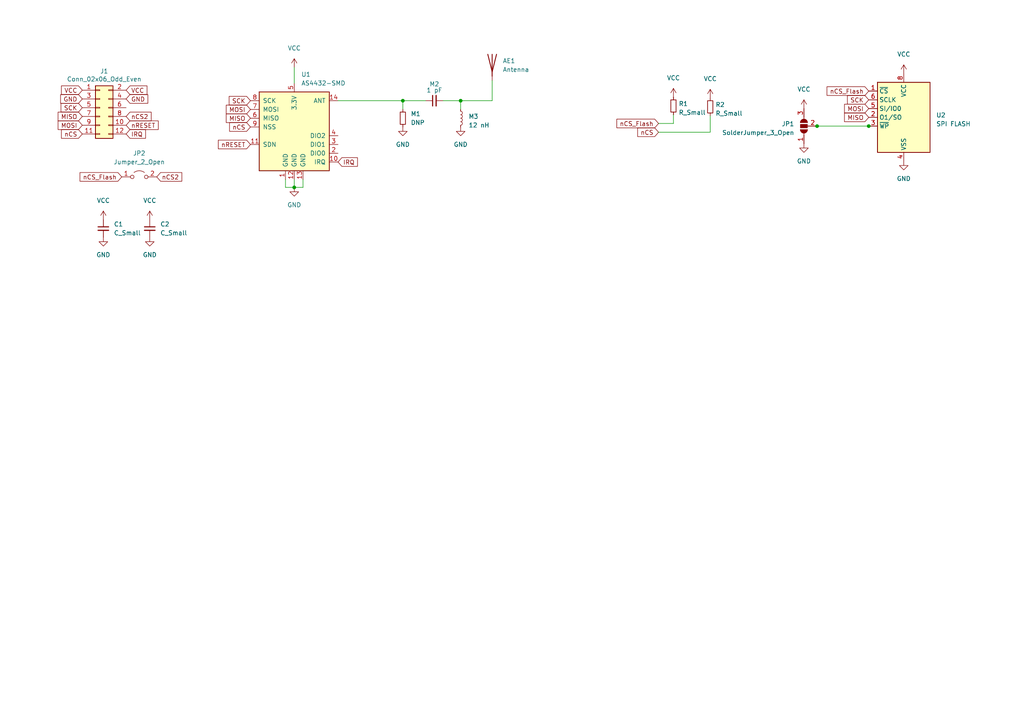
<source format=kicad_sch>
(kicad_sch (version 20230121) (generator eeschema)
  (paper "A4")
  (lib_symbols
    (symbol "AvS_Modules:AS4432-SMD" (pin_names (offset 1.016))
      (property "Reference" "U" (at -10.414 11.684 0))
      (property "Value" "AS4432-SMD" (at 1.524 11.43 0))
      (symbol "AS4432-SMD_0_1"
        (rectangle (start -10.16 10.16) (end 10.16 -12.7) (stroke (width 0.254)) (fill (type background)))
      )
      (symbol "AS4432-SMD_1_1"
        (pin power_in line (at -2.54 -15.24 90) (length 2.54) (name "GND") (number "1"))
        (pin input line (at 12.7 -10.16 180) (length 2.54) (name "IRQ") (number "10"))
        (pin bidirectional line (at -12.7 -5.08 0) (length 2.54) (name "SDN") (number "11"))
        (pin power_in line (at 0 -15.24 90) (length 2.54) (name "GND") (number "12"))
        (pin power_in line (at 2.54 -15.24 90) (length 2.54) (name "GND") (number "13"))
        (pin bidirectional line (at 12.7 7.62 180) (length 2.54) (name "ANT") (number "14"))
        (pin bidirectional line (at 12.7 -7.62 180) (length 2.54) (name "DIO0") (number "2"))
        (pin bidirectional line (at 12.7 -5.08 180) (length 2.54) (name "DIO1") (number "3"))
        (pin bidirectional line (at 12.7 -2.54 180) (length 2.54) (name "DIO2") (number "4"))
        (pin power_in line (at 0 12.7 270) (length 2.54) (name "3.3V") (number "5"))
        (pin output line (at -12.7 2.54 0) (length 2.54) (name "MISO") (number "6"))
        (pin input line (at -12.7 5.08 0) (length 2.54) (name "MOSI") (number "7"))
        (pin input line (at -12.7 7.62 0) (length 2.54) (name "SCK") (number "8"))
        (pin input line (at -12.7 0 0) (length 2.54) (name "NSS") (number "9"))
      )
    )
    (symbol "Connector_Generic:Conn_02x06_Odd_Even" (pin_names (offset 1.016) hide)
      (property "Reference" "J" (at 1.27 7.62 0))
      (property "Value" "Conn_02x06_Odd_Even" (at 1.27 -10.16 0))
      (symbol "Conn_02x06_Odd_Even_1_1"
        (rectangle (start -1.27 -7.493) (end 0 -7.747) (stroke (width 0.1524)))
        (rectangle (start -1.27 -4.953) (end 0 -5.207) (stroke (width 0.1524)))
        (rectangle (start -1.27 -2.413) (end 0 -2.667) (stroke (width 0.1524)))
        (rectangle (start -1.27 0.127) (end 0 -0.127) (stroke (width 0.1524)))
        (rectangle (start -1.27 2.667) (end 0 2.413) (stroke (width 0.1524)))
        (rectangle (start -1.27 5.207) (end 0 4.953) (stroke (width 0.1524)))
        (rectangle (start -1.27 6.35) (end 3.81 -8.89) (stroke (width 0.254)) (fill (type background)))
        (rectangle (start 3.81 -7.493) (end 2.54 -7.747) (stroke (width 0.1524)))
        (rectangle (start 3.81 -4.953) (end 2.54 -5.207) (stroke (width 0.1524)))
        (rectangle (start 3.81 -2.413) (end 2.54 -2.667) (stroke (width 0.1524)))
        (rectangle (start 3.81 0.127) (end 2.54 -0.127) (stroke (width 0.1524)))
        (rectangle (start 3.81 2.667) (end 2.54 2.413) (stroke (width 0.1524)))
        (rectangle (start 3.81 5.207) (end 2.54 4.953) (stroke (width 0.1524)))
        (pin passive line (at -5.08 5.08 0) (length 3.81) (name "Pin_1") (number "1"))
        (pin passive line (at 7.62 -5.08 180) (length 3.81) (name "Pin_10") (number "10"))
        (pin passive line (at -5.08 -7.62 0) (length 3.81) (name "Pin_11") (number "11"))
        (pin passive line (at 7.62 -7.62 180) (length 3.81) (name "Pin_12") (number "12"))
        (pin passive line (at 7.62 5.08 180) (length 3.81) (name "Pin_2") (number "2"))
        (pin passive line (at -5.08 2.54 0) (length 3.81) (name "Pin_3") (number "3"))
        (pin passive line (at 7.62 2.54 180) (length 3.81) (name "Pin_4") (number "4"))
        (pin passive line (at -5.08 0 0) (length 3.81) (name "Pin_5") (number "5"))
        (pin passive line (at 7.62 0 180) (length 3.81) (name "Pin_6") (number "6"))
        (pin passive line (at -5.08 -2.54 0) (length 3.81) (name "Pin_7") (number "7"))
        (pin passive line (at 7.62 -2.54 180) (length 3.81) (name "Pin_8") (number "8"))
        (pin passive line (at -5.08 -5.08 0) (length 3.81) (name "Pin_9") (number "9"))
      )
    )
    (symbol "Device:Antenna" (pin_numbers hide) (pin_names (offset 1.016) hide)
      (property "Reference" "AE" (at -1.905 1.905 0))
      (property "Value" "Antenna" (at -1.905 0 0))
      (symbol "Antenna_0_1"
        (polyline (pts (xy 0 2.54) (xy 0 -3.81)) (stroke (width 0.254)))
        (polyline (pts (xy 1.27 2.54) (xy 0 -2.54) (xy -1.27 2.54)) (stroke (width 0.254)))
      )
      (symbol "Antenna_1_1"
        (pin input line (at 0 -5.08 90) (length 2.54) (name "A") (number "1"))
      )
    )
    (symbol "Device:C_Small" (pin_numbers hide) (pin_names (offset 0.254) hide)
      (property "Reference" "C" (at 0.254 1.778 0))
      (property "Value" "C_Small" (at 0.254 -2.032 0))
      (symbol "C_Small_0_1"
        (polyline (pts (xy -1.524 -0.508) (xy 1.524 -0.508)) (stroke (width 0.3302)))
        (polyline (pts (xy -1.524 0.508) (xy 1.524 0.508)) (stroke (width 0.3048)))
      )
      (symbol "C_Small_1_1"
        (pin passive line (at 0 2.54 270) (length 2.032) (name "~") (number "1"))
        (pin passive line (at 0 -2.54 90) (length 2.032) (name "~") (number "2"))
      )
    )
    (symbol "Device:L_Small" (pin_numbers hide) (pin_names (offset 0.254) hide)
      (property "Reference" "L" (at 0.762 1.016 0))
      (property "Value" "L_Small" (at 0.762 -1.016 0))
      (symbol "L_Small_0_1"
        (arc (start 0 -2.032) (mid 0.5058 -1.524) (end 0 -1.016))
        (arc (start 0 -1.016) (mid 0.5058 -0.508) (end 0 0))
        (arc (start 0 0) (mid 0.5058 0.508) (end 0 1.016))
        (arc (start 0 1.016) (mid 0.5058 1.524) (end 0 2.032))
      )
      (symbol "L_Small_1_1"
        (pin passive line (at 0 2.54 270) (length 0.508) (name "~") (number "1"))
        (pin passive line (at 0 -2.54 90) (length 0.508) (name "~") (number "2"))
      )
    )
    (symbol "Device:R_Small" (pin_numbers hide) (pin_names (offset 0.254) hide)
      (property "Reference" "R" (at 0.762 0.508 0))
      (property "Value" "R_Small" (at 0.762 -1.016 0))
      (symbol "R_Small_0_1"
        (rectangle (start -0.762 1.778) (end 0.762 -1.778) (stroke (width 0.2032)))
      )
      (symbol "R_Small_1_1"
        (pin passive line (at 0 2.54 270) (length 0.762) (name "~") (number "1"))
        (pin passive line (at 0 -2.54 90) (length 0.762) (name "~") (number "2"))
      )
    )
    (symbol "Jumper:Jumper_2_Open" (pin_names (offset 0) hide)
      (property "Reference" "JP" (at 0 2.794 0))
      (property "Value" "Jumper_2_Open" (at 0 -2.286 0))
      (symbol "Jumper_2_Open_0_0"
        (circle (center -2.032 0) (radius 0.508))
        (circle (center 2.032 0) (radius 0.508))
      )
      (symbol "Jumper_2_Open_0_1"
        (arc (start 1.524 1.27) (mid 0 1.778) (end -1.524 1.27))
      )
      (symbol "Jumper_2_Open_1_1"
        (pin passive line (at -5.08 0 0) (length 2.54) (name "A") (number "1"))
        (pin passive line (at 5.08 0 180) (length 2.54) (name "B") (number "2"))
      )
    )
    (symbol "Jumper:SolderJumper_3_Open" (pin_names (offset 0) hide)
      (property "Reference" "JP" (at -2.54 -2.54 0))
      (property "Value" "SolderJumper_3_Open" (at 0 2.794 0))
      (symbol "SolderJumper_3_Open_0_1"
        (arc (start -1.016 1.016) (mid -2.0276 0) (end -1.016 -1.016))
        (arc (start -1.016 1.016) (mid -2.0276 0) (end -1.016 -1.016) (fill (type outline)))
        (rectangle (start -0.508 1.016) (end 0.508 -1.016) (fill (type outline)))
        (polyline (pts (xy -2.54 0) (xy -2.032 0)))
        (polyline (pts (xy -1.016 1.016) (xy -1.016 -1.016)))
        (polyline (pts (xy 0 -1.27) (xy 0 -1.016)))
        (polyline (pts (xy 1.016 1.016) (xy 1.016 -1.016)))
        (polyline (pts (xy 2.54 0) (xy 2.032 0)))
        (arc (start 1.016 -1.016) (mid 2.0276 0) (end 1.016 1.016))
        (arc (start 1.016 -1.016) (mid 2.0276 0) (end 1.016 1.016) (fill (type outline)))
      )
      (symbol "SolderJumper_3_Open_1_1"
        (pin passive line (at -5.08 0 0) (length 2.54) (name "A") (number "1"))
        (pin passive line (at 0 -3.81 90) (length 2.54) (name "C") (number "2"))
        (pin passive line (at 5.08 0 180) (length 2.54) (name "B") (number "3"))
      )
    )
    (symbol "Memory_Flash:GD25D05CT"
      (property "Reference" "U" (at 2.54 12.7 0))
      (property "Value" "GD25D05CT" (at 8.89 8.89 0))
      (symbol "GD25D05CT_0_1"
        (rectangle (start -7.62 10.16) (end 7.62 -10.16) (stroke (width 0.254)) (fill (type background)))
      )
      (symbol "GD25D05CT_1_1"
        (pin input line (at -10.16 7.62 0) (length 2.54) (name "~{CS}") (number "1"))
        (pin output line (at -10.16 0 0) (length 2.54) (name "O1/SO") (number "2"))
        (pin input line (at -10.16 -2.54 0) (length 2.54) (name "~{WP}") (number "3"))
        (pin power_in line (at 0 -12.7 90) (length 2.54) (name "VSS") (number "4"))
        (pin bidirectional line (at -10.16 2.54 0) (length 2.54) (name "SI/IO0") (number "5"))
        (pin input line (at -10.16 5.08 0) (length 2.54) (name "SCLK") (number "6"))
        (pin no_connect line (at -7.62 -5.08 0) (length 2.54) hide (name "NC") (number "7"))
        (pin power_in line (at 0 12.7 270) (length 2.54) (name "VCC") (number "8"))
      )
    )
    (symbol "power:GND" (power) (pin_names (offset 0))
      (property "Value" "GND" (at 0 -3.81 0))
      (symbol "GND_0_1"
        (polyline (pts (xy 0 0) (xy 0 -1.27) (xy 1.27 -1.27) (xy 0 -2.54) (xy -1.27 -1.27) (xy 0 -1.27)))
      )
      (symbol "GND_1_1"
        (pin power_in line (at 0 0 270) (length 0) hide (name "GND") (number "1"))
      )
    )
    (symbol "power:VCC" (power) (pin_names (offset 0))
      (property "Value" "VCC" (at 0 3.81 0))
      (symbol "VCC_0_1"
        (polyline (pts (xy -0.762 1.27) (xy 0 2.54)))
        (polyline (pts (xy 0 0) (xy 0 2.54)))
        (polyline (pts (xy 0 2.54) (xy 0.762 1.27)))
      )
      (symbol "VCC_1_1"
        (pin power_in line (at 0 0 90) (length 0) hide (name "VCC") (number "1"))
      )
    )
  )
  (junction (at 116.84 29.21))
  (junction (at 133.604 29.21))
  (junction (at 251.968 36.576))
  (junction (at 85.344 54.356))
  (junction (at 236.982 36.576))
  (wire (pts (xy 87.884 52.07) (xy 87.884 54.356)))
  (wire (pts (xy 128.524 29.21) (xy 133.604 29.21)))
  (wire (pts (xy 85.344 54.356) (xy 87.884 54.356)))
  (wire (pts (xy 98.044 29.21) (xy 116.84 29.21)))
  (wire (pts (xy 85.344 19.558) (xy 85.344 24.13)))
  (wire (pts (xy 133.604 29.21) (xy 133.858 28.956)))
  (wire (pts (xy 85.344 54.356) (xy 82.804 54.356)))
  (wire (pts (xy 116.84 29.21) (xy 123.444 29.21)))
  (wire (pts (xy 116.84 29.21) (xy 116.84 31.75)))
  (wire (pts (xy 85.344 54.356) (xy 85.344 52.07)))
  (wire (pts (xy 133.604 31.75) (xy 133.604 29.21)))
  (wire (pts (xy 236.982 36.576) (xy 251.968 36.576)))
  (wire (pts (xy 251.968 36.576) (xy 252.222 36.576)))
  (wire (pts (xy 191.008 35.814) (xy 195.326 35.814)))
  (wire (pts (xy 133.604 29.21) (xy 142.748 29.21)))
  (wire (pts (xy 195.326 35.814) (xy 195.326 33.274)))
  (wire (pts (xy 205.994 38.354) (xy 205.994 33.528)))
  (wire (pts (xy 142.748 29.21) (xy 142.748 23.368)))
  (wire (pts (xy 236.728 36.576) (xy 236.982 36.576)))
  (wire (pts (xy 82.804 52.07) (xy 82.804 54.356)))
  (wire (pts (xy 191.008 38.354) (xy 205.994 38.354)))
  (global_label "SCK" (shape input) (at 251.968 28.956 180) (property "Intersheetrefs" "${INTERSHEET_REFS}" (effects hide)) (property "Intersheet-verwijzingen" "${INTERSHEET_REFS}" (effects hide)))
  (global_label "nRESET" (shape input) (at 72.644 41.91 180) (property "Intersheetrefs" "${INTERSHEET_REFS}" (effects hide)) (property "Intersheet-verwijzingen" "${INTERSHEET_REFS}" (effects hide)))
  (global_label "MOSI" (shape input) (at 251.968 31.496 180) (property "Intersheetrefs" "${INTERSHEET_REFS}" (effects hide)) (property "Intersheet-verwijzingen" "${INTERSHEET_REFS}" (effects hide)))
  (global_label "MISO" (shape input) (at 23.876 33.782 180) (property "Intersheetrefs" "${INTERSHEET_REFS}" (effects hide)) (property "Intersheet-verwijzingen" "${INTERSHEET_REFS}" (effects hide)))
  (global_label "nCS" (shape input) (at 191.008 38.354 180) (property "Intersheetrefs" "${INTERSHEET_REFS}" (effects hide)) (property "Intersheet-verwijzingen" "${INTERSHEET_REFS}" (effects hide)))
  (global_label "GND" (shape input) (at 36.576 28.702 0) (property "Intersheetrefs" "${INTERSHEET_REFS}" (effects hide)) (property "Intersheet-verwijzingen" "${INTERSHEET_REFS}" (effects hide)))
  (global_label "MISO" (shape input) (at 251.968 34.036 180) (property "Intersheetrefs" "${INTERSHEET_REFS}" (effects hide)) (property "Intersheet-verwijzingen" "${INTERSHEET_REFS}" (effects hide)))
  (global_label "VCC" (shape input) (at 23.876 26.162 180) (property "Intersheetrefs" "${INTERSHEET_REFS}" (effects hide)) (property "Intersheet-verwijzingen" "${INTERSHEET_REFS}" (effects hide)))
  (global_label "nCS" (shape input) (at 72.644 36.83 180) (property "Intersheetrefs" "${INTERSHEET_REFS}" (effects hide)) (property "Intersheet-verwijzingen" "${INTERSHEET_REFS}" (effects hide)))
  (global_label "GND" (shape input) (at 23.876 28.702 180) (property "Intersheetrefs" "${INTERSHEET_REFS}" (effects hide)) (property "Intersheet-verwijzingen" "${INTERSHEET_REFS}" (effects hide)))
  (global_label "SCK" (shape input) (at 23.876 31.242 180) (property "Intersheetrefs" "${INTERSHEET_REFS}" (effects hide)) (property "Intersheet-verwijzingen" "${INTERSHEET_REFS}" (effects hide)))
  (global_label "nCS2" (shape input) (at 36.576 33.782 0) (property "Intersheetrefs" "${INTERSHEET_REFS}" (effects hide)))
  (global_label "nCS" (shape input) (at 23.876 38.862 180) (property "Intersheetrefs" "${INTERSHEET_REFS}" (effects hide)) (property "Intersheet-verwijzingen" "${INTERSHEET_REFS}" (effects hide)))
  (global_label "VCC" (shape input) (at 36.576 26.162 0) (property "Intersheetrefs" "${INTERSHEET_REFS}" (effects hide)) (property "Intersheet-verwijzingen" "${INTERSHEET_REFS}" (effects hide)))
  (global_label "IRQ" (shape input) (at 98.044 46.99 0) (property "Intersheetrefs" "${INTERSHEET_REFS}" (effects hide)) (property "Intersheet-verwijzingen" "${INTERSHEET_REFS}" (effects hide)))
  (global_label "nCS2" (shape input) (at 45.466 51.308 0) (property "Intersheetrefs" "${INTERSHEET_REFS}" (effects hide)))
  (global_label "IRQ" (shape input) (at 36.576 38.862 0) (property "Intersheetrefs" "${INTERSHEET_REFS}" (effects hide)) (property "Intersheet-verwijzingen" "${INTERSHEET_REFS}" (effects hide)))
  (global_label "MISO" (shape input) (at 72.644 34.29 180) (property "Intersheetrefs" "${INTERSHEET_REFS}" (effects hide)) (property "Intersheet-verwijzingen" "${INTERSHEET_REFS}" (effects hide)))
  (global_label "MOSI" (shape input) (at 72.644 31.75 180) (property "Intersheetrefs" "${INTERSHEET_REFS}" (effects hide)) (property "Intersheet-verwijzingen" "${INTERSHEET_REFS}" (effects hide)))
  (global_label "nCS_Flash" (shape input) (at 251.968 26.416 180) (property "Intersheetrefs" "${INTERSHEET_REFS}" (effects hide)))
  (global_label "nRESET" (shape input) (at 36.576 36.322 0) (property "Intersheetrefs" "${INTERSHEET_REFS}" (effects hide)) (property "Intersheet-verwijzingen" "${INTERSHEET_REFS}" (effects hide)))
  (global_label "SCK" (shape input) (at 72.644 29.21 180) (property "Intersheetrefs" "${INTERSHEET_REFS}" (effects hide)) (property "Intersheet-verwijzingen" "${INTERSHEET_REFS}" (effects hide)))
  (global_label "nCS_Flash" (shape input) (at 191.008 35.814 180) (property "Intersheetrefs" "${INTERSHEET_REFS}" (effects hide)))
  (global_label "MOSI" (shape input) (at 23.876 36.322 180) (property "Intersheetrefs" "${INTERSHEET_REFS}" (effects hide)) (property "Intersheet-verwijzingen" "${INTERSHEET_REFS}" (effects hide)))
  (global_label "nCS_Flash" (shape input) (at 35.306 51.308 180) (property "Intersheetrefs" "${INTERSHEET_REFS}" (effects hide)))
  (symbol (lib_id "Connector_Generic:Conn_02x06_Odd_Even") (at 28.956 31.242 0) (unit 1)
    (property "Reference" "J1" (at 30.226 20.6502 0))
    (property "Value" "Conn_02x06_Odd_Even" (at 30.226 22.9616 0))
    (property "Footprint" "Connector_PinHeader_2.54mm:PinHeader_2x06_P2.54mm_Horizontal" (effects hide))
  )
  (symbol (lib_id "Device:Antenna") (at 142.748 18.288 0) (unit 1)
    (property "Reference" "AE1" (at 145.796 17.6529 0) (effects (justify left)))
    (property "Value" "Antenna" (at 145.796 20.1929 0) (effects (justify left)))
    (property "Footprint" "AvS_Antenna:Texas_SWRA416_868MHz_915MHz_Right" (effects hide))
  )
  (symbol (lib_id "power:GND") (at 43.434 68.834 0) (unit 1)
    (property "Reference" "#PWR04" (effects hide))
    (property "Value" "GND" (at 43.434 73.914 0))
  )
  (symbol (lib_id "Device:R_Small") (at 195.326 30.734 0) (unit 1)
    (property "Reference" "R1" (at 196.85 30.099 0) (effects (justify left)))
    (property "Value" "R_Small" (at 196.85 32.639 0) (effects (justify left)))
    (property "Footprint" "Resistor_SMD:R_0805_2012Metric" (effects hide))
  )
  (symbol (lib_id "power:GND") (at 29.972 68.834 0) (unit 1)
    (property "Reference" "#PWR02" (effects hide))
    (property "Value" "GND" (at 29.972 73.914 0))
  )
  (symbol (lib_id "Device:L_Small") (at 133.604 34.29 0) (unit 1)
    (property "Reference" "M3" (at 135.89 33.782 0) (effects (justify left)))
    (property "Value" "12 nH" (at 135.89 36.322 0) (effects (justify left)))
    (property "Footprint" "Resistor_SMD:R_0603_1608Metric" (effects hide))
  )
  (symbol (lib_id "Memory_Flash:GD25D05CT") (at 262.128 34.036 0) (unit 1)
    (property "Reference" "U2" (at 271.526 33.401 0) (effects (justify left)))
    (property "Value" "SPI FLASH" (at 271.526 35.941 0) (effects (justify left)))
    (property "Footprint" "Package_SO:SOP-8_3.9x4.9mm_P1.27mm" (effects hide))
  )
  (symbol (lib_id "Device:C_Small") (at 125.984 29.21 90) (unit 1)
    (property "Reference" "M2" (at 125.984 24.384 90))
    (property "Value" "1 pF" (at 125.984 26.162 90))
    (property "Footprint" "Resistor_SMD:R_0603_1608Metric" (effects hide))
  )
  (symbol (lib_id "Jumper:SolderJumper_3_Open") (at 233.172 36.576 90) (unit 1)
    (property "Reference" "JP1" (at 230.378 35.941 90) (effects (justify left)))
    (property "Value" "SolderJumper_3_Open" (at 230.378 38.481 90) (effects (justify left)))
    (property "Footprint" "Jumper:SolderJumper-3_P1.3mm_Open_RoundedPad1.0x1.5mm" (effects hide))
  )
  (symbol (lib_id "power:GND") (at 85.344 54.356 0) (unit 1)
    (property "Reference" "#PWR06" (effects hide))
    (property "Value" "GND" (at 85.344 59.436 0))
  )
  (symbol (lib_id "power:GND") (at 116.84 36.83 0) (unit 1)
    (property "Reference" "#PWR08" (effects hide))
    (property "Value" "GND" (at 116.84 41.91 0))
  )
  (symbol (lib_id "power:VCC") (at 233.172 31.496 0) (unit 1)
    (property "Reference" "#PWR011" (effects hide))
    (property "Value" "VCC" (at 233.172 25.908 0))
  )
  (symbol (lib_id "power:GND") (at 233.172 41.656 0) (unit 1)
    (property "Reference" "#PWR012" (effects hide))
    (property "Value" "GND" (at 233.172 46.736 0))
  )
  (symbol (lib_id "Device:C_Small") (at 29.972 66.294 0) (unit 1)
    (property "Reference" "C1" (at 33.02 65.0302 0) (effects (justify left)))
    (property "Value" "C_Small" (at 33.02 67.5702 0) (effects (justify left)))
    (property "Footprint" "Capacitor_SMD:C_0805_2012Metric" (effects hide))
  )
  (symbol (lib_id "power:VCC") (at 85.344 19.558 0) (unit 1)
    (property "Reference" "#PWR05" (effects hide))
    (property "Value" "VCC" (at 85.344 13.97 0))
  )
  (symbol (lib_id "power:GND") (at 262.128 46.736 0) (unit 1)
    (property "Reference" "#PWR014" (effects hide))
    (property "Value" "GND" (at 262.128 51.816 0))
  )
  (symbol (lib_id "power:GND") (at 133.604 36.83 0) (unit 1)
    (property "Reference" "#PWR09" (effects hide))
    (property "Value" "GND" (at 133.604 41.91 0))
  )
  (symbol (lib_id "power:VCC") (at 195.326 28.194 0) (unit 1)
    (property "Reference" "#PWR07" (effects hide))
    (property "Value" "VCC" (at 195.326 22.606 0))
  )
  (symbol (lib_id "Device:R_Small") (at 205.994 30.988 0) (unit 1)
    (property "Reference" "R2" (at 207.518 30.353 0) (effects (justify left)))
    (property "Value" "R_Small" (at 207.518 32.893 0) (effects (justify left)))
    (property "Footprint" "Resistor_SMD:R_0805_2012Metric" (effects hide))
  )
  (symbol (lib_id "AvS_Modules:AS4432-SMD") (at 85.344 36.83 0) (unit 1)
    (property "Reference" "U1" (at 87.3634 21.59 0) (effects (justify left)))
    (property "Value" "AS4432-SMD" (at 87.3634 24.13 0) (effects (justify left)))
    (property "Footprint" "AvS_Modules:RF4xxx" (effects hide))
    (property "Datasheet" "https://datasheet.lcsc.com/lcsc/1807310932_Chengdu-Ashining-Tech-AS4432-SMD_C89187.pdf" (effects hide))
  )
  (symbol (lib_id "Device:R_Small") (at 116.84 34.29 0) (unit 1)
    (property "Reference" "M1" (at 119.126 33.02 0) (effects (justify left)))
    (property "Value" "DNP" (at 119.126 35.56 0) (effects (justify left)))
    (property "Footprint" "Resistor_SMD:R_0603_1608Metric" (effects hide))
  )
  (symbol (lib_id "power:VCC") (at 43.434 63.754 0) (unit 1)
    (property "Reference" "#PWR03" (effects hide))
    (property "Value" "VCC" (at 43.434 58.166 0))
  )
  (symbol (lib_id "power:VCC") (at 262.128 21.336 0) (unit 1)
    (property "Reference" "#PWR013" (effects hide))
    (property "Value" "VCC" (at 262.128 15.748 0))
  )
  (symbol (lib_id "Jumper:Jumper_2_Open") (at 40.386 51.308 0) (unit 1)
    (property "Reference" "JP2" (at 40.386 44.45 0))
    (property "Value" "Jumper_2_Open" (at 40.386 46.99 0))
    (property "Footprint" "Jumper:SolderJumper-2_P1.3mm_Open_RoundedPad1.0x1.5mm" (effects hide))
  )
  (symbol (lib_id "power:VCC") (at 29.972 63.754 0) (unit 1)
    (property "Reference" "#PWR01" (effects hide))
    (property "Value" "VCC" (at 29.972 58.166 0))
  )
  (symbol (lib_id "Device:C_Small") (at 43.434 66.294 0) (unit 1)
    (property "Reference" "C2" (at 46.482 65.0302 0) (effects (justify left)))
    (property "Value" "C_Small" (at 46.482 67.5702 0) (effects (justify left)))
    (property "Footprint" "Capacitor_SMD:C_0805_2012Metric" (effects hide))
  )
  (symbol (lib_id "power:VCC") (at 205.994 28.448 0) (unit 1)
    (property "Reference" "#PWR010" (effects hide))
    (property "Value" "VCC" (at 205.994 22.86 0))
  )
)
</source>
